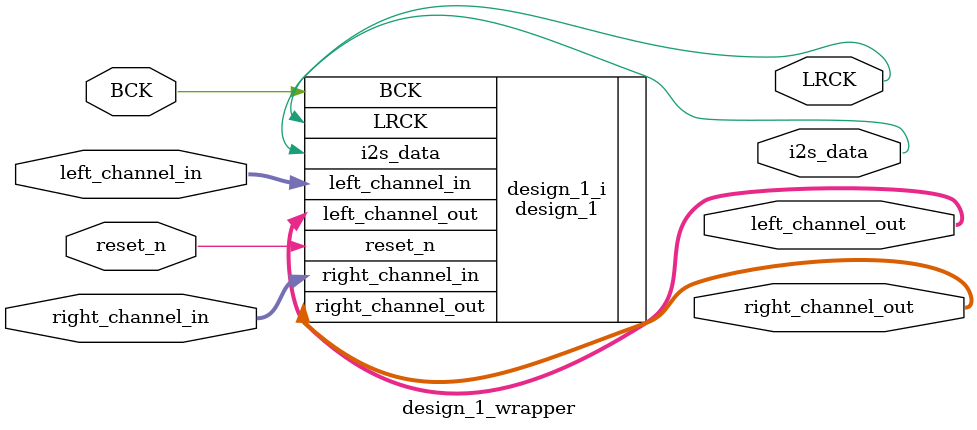
<source format=v>
`timescale 1 ps / 1 ps

module design_1_wrapper
   (BCK,
    LRCK,
    i2s_data,
    left_channel_in,
    left_channel_out,
    reset_n,
    right_channel_in,
    right_channel_out);
  input BCK;
  output LRCK;
  output i2s_data;
  input [31:0]left_channel_in;
  output [31:0]left_channel_out;
  input reset_n;
  input [31:0]right_channel_in;
  output [31:0]right_channel_out;

  wire BCK;
  wire LRCK;
  wire i2s_data;
  wire [31:0]left_channel_in;
  wire [31:0]left_channel_out;
  wire reset_n;
  wire [31:0]right_channel_in;
  wire [31:0]right_channel_out;

  design_1 design_1_i
       (.BCK(BCK),
        .LRCK(LRCK),
        .i2s_data(i2s_data),
        .left_channel_in(left_channel_in),
        .left_channel_out(left_channel_out),
        .reset_n(reset_n),
        .right_channel_in(right_channel_in),
        .right_channel_out(right_channel_out));
endmodule

</source>
